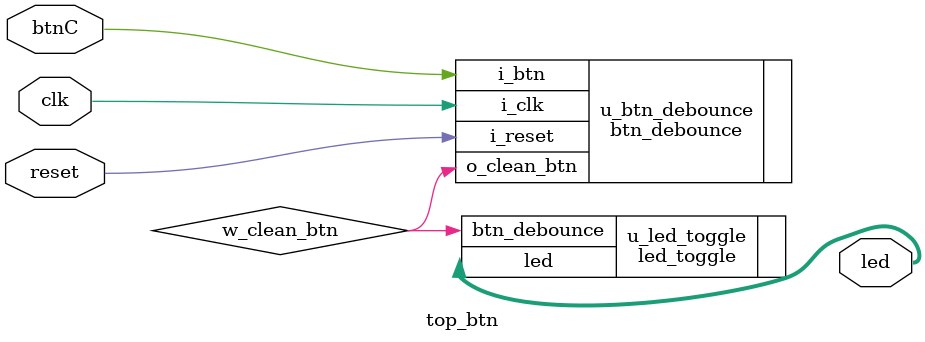
<source format=v>
`timescale 1ns / 1ps

module top_btn(
    input clk,
    input reset,
    input btnC,
    output [1:0] led
    );
    wire w_clean_btn;

 btn_debounce u_btn_debounce(
     .i_clk(clk),
     .i_reset(reset),
     .i_btn(btnC),
     .o_clean_btn(w_clean_btn)  
    );
 led_toggle u_led_toggle(
     .btn_debounce(w_clean_btn),
      .led(led)
    );


endmodule

</source>
